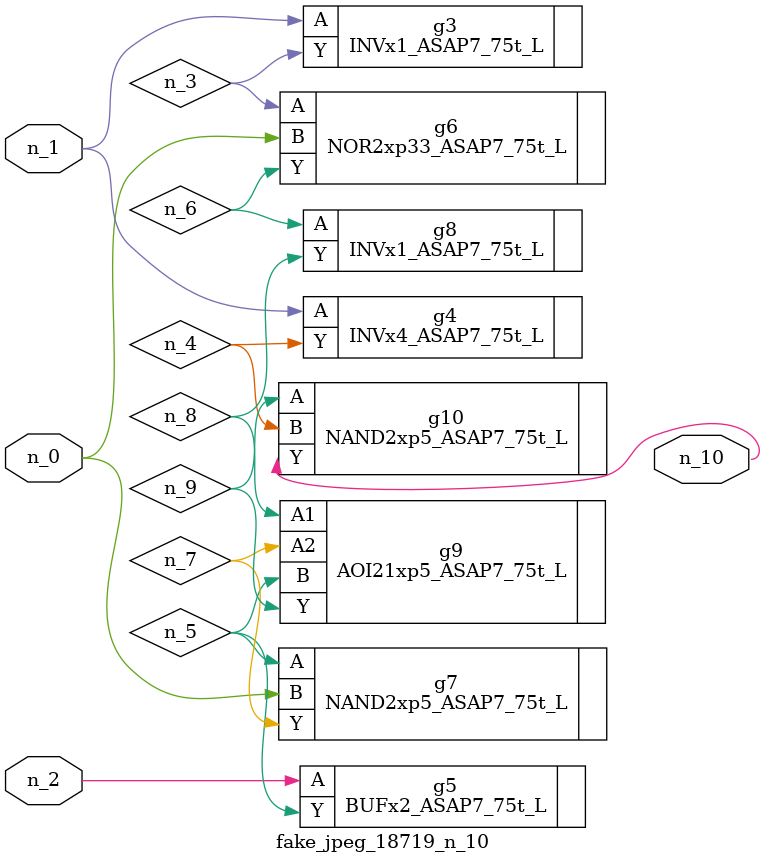
<source format=v>
module fake_jpeg_18719_n_10 (n_0, n_2, n_1, n_10);

input n_0;
input n_2;
input n_1;

output n_10;

wire n_3;
wire n_4;
wire n_8;
wire n_9;
wire n_6;
wire n_5;
wire n_7;

INVx1_ASAP7_75t_L g3 ( 
.A(n_1),
.Y(n_3)
);

INVx4_ASAP7_75t_L g4 ( 
.A(n_1),
.Y(n_4)
);

BUFx2_ASAP7_75t_L g5 ( 
.A(n_2),
.Y(n_5)
);

NOR2xp33_ASAP7_75t_L g6 ( 
.A(n_3),
.B(n_0),
.Y(n_6)
);

INVx1_ASAP7_75t_L g8 ( 
.A(n_6),
.Y(n_8)
);

NAND2xp5_ASAP7_75t_L g7 ( 
.A(n_5),
.B(n_0),
.Y(n_7)
);

AOI21xp5_ASAP7_75t_L g9 ( 
.A1(n_8),
.A2(n_7),
.B(n_5),
.Y(n_9)
);

NAND2xp5_ASAP7_75t_L g10 ( 
.A(n_9),
.B(n_4),
.Y(n_10)
);


endmodule
</source>
